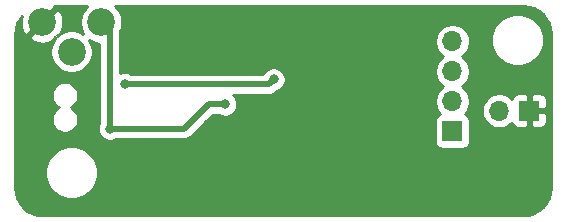
<source format=gbr>
G04 #@! TF.GenerationSoftware,KiCad,Pcbnew,5.1.5+dfsg1-2build2*
G04 #@! TF.CreationDate,2022-02-26T18:56:12+01:00*
G04 #@! TF.ProjectId,RGB_strip_driver,5247425f-7374-4726-9970-5f6472697665,rev?*
G04 #@! TF.SameCoordinates,Original*
G04 #@! TF.FileFunction,Copper,L2,Bot*
G04 #@! TF.FilePolarity,Positive*
%FSLAX46Y46*%
G04 Gerber Fmt 4.6, Leading zero omitted, Abs format (unit mm)*
G04 Created by KiCad (PCBNEW 5.1.5+dfsg1-2build2) date 2022-02-26 18:56:12*
%MOMM*%
%LPD*%
G04 APERTURE LIST*
%ADD10C,2.340000*%
%ADD11O,1.700000X1.700000*%
%ADD12R,1.700000X1.700000*%
%ADD13C,0.800000*%
%ADD14C,0.500000*%
%ADD15C,0.254000*%
G04 APERTURE END LIST*
D10*
X108750000Y-123000000D03*
X106250000Y-125500000D03*
X103750000Y-123000000D03*
D11*
X138500000Y-124630000D03*
X138500000Y-127170000D03*
X138500000Y-129710000D03*
D12*
X138500000Y-132250000D03*
D11*
X142460000Y-130500000D03*
D12*
X145000000Y-130500000D03*
D13*
X129750000Y-136500000D03*
X130750000Y-136500000D03*
X131750000Y-136500000D03*
X132750000Y-136500000D03*
X129750000Y-130500000D03*
X130750000Y-130500000D03*
X131750000Y-130500000D03*
X132750000Y-130500000D03*
X129750000Y-124500000D03*
X130750000Y-124500000D03*
X131750000Y-124500000D03*
X132750000Y-124500000D03*
X118400000Y-132400000D03*
X120250000Y-134250000D03*
X114025000Y-123725000D03*
X137500000Y-137600000D03*
X137500000Y-138600000D03*
X124610000Y-136910000D03*
X109600000Y-138400000D03*
X112500000Y-137300000D03*
X108200000Y-128300000D03*
X121800000Y-126600000D03*
X145700000Y-137600000D03*
X145700000Y-138600000D03*
X140300000Y-139000000D03*
X142900000Y-139000000D03*
X109500000Y-132000000D03*
X119250000Y-129950000D03*
X123350000Y-127850000D03*
X110750001Y-128249999D03*
D14*
X109500000Y-132000000D02*
X115800000Y-132000000D01*
X117850000Y-129950000D02*
X119250000Y-129950000D01*
X115800000Y-132000000D02*
X117850000Y-129950000D01*
X109500000Y-123750000D02*
X108750000Y-123000000D01*
X109500000Y-132000000D02*
X109500000Y-123750000D01*
X122950001Y-128249999D02*
X110750001Y-128249999D01*
X123350000Y-127850000D02*
X122950001Y-128249999D01*
X110750001Y-128249999D02*
X110750001Y-128249999D01*
D15*
G36*
X107347965Y-121849379D02*
G01*
X107150429Y-122145012D01*
X107014365Y-122473501D01*
X106945000Y-122822223D01*
X106945000Y-123177777D01*
X107014365Y-123526499D01*
X107150429Y-123854988D01*
X107241933Y-123991933D01*
X107104988Y-123900429D01*
X106776499Y-123764365D01*
X106427777Y-123695000D01*
X106072223Y-123695000D01*
X105723501Y-123764365D01*
X105395012Y-123900429D01*
X105099379Y-124097965D01*
X105063476Y-124133868D01*
X105006604Y-124076996D01*
X105288389Y-123960725D01*
X105446257Y-123642140D01*
X105538938Y-123298878D01*
X105562873Y-122944131D01*
X105517139Y-122591530D01*
X105403495Y-122254627D01*
X105288389Y-122039275D01*
X105006602Y-121923003D01*
X103929605Y-123000000D01*
X103943748Y-123014143D01*
X103764143Y-123193748D01*
X103750000Y-123179605D01*
X102673003Y-124256602D01*
X102789275Y-124538389D01*
X103107860Y-124696257D01*
X103451122Y-124788938D01*
X103805869Y-124812873D01*
X104158470Y-124767139D01*
X104495373Y-124653495D01*
X104710725Y-124538389D01*
X104826996Y-124256604D01*
X104883868Y-124313476D01*
X104847965Y-124349379D01*
X104650429Y-124645012D01*
X104514365Y-124973501D01*
X104445000Y-125322223D01*
X104445000Y-125677777D01*
X104514365Y-126026499D01*
X104650429Y-126354988D01*
X104847965Y-126650621D01*
X105099379Y-126902035D01*
X105395012Y-127099571D01*
X105723501Y-127235635D01*
X106072223Y-127305000D01*
X106427777Y-127305000D01*
X106776499Y-127235635D01*
X107104988Y-127099571D01*
X107400621Y-126902035D01*
X107652035Y-126650621D01*
X107849571Y-126354988D01*
X107985635Y-126026499D01*
X108055000Y-125677777D01*
X108055000Y-125322223D01*
X107985635Y-124973501D01*
X107849571Y-124645012D01*
X107758067Y-124508067D01*
X107895012Y-124599571D01*
X108223501Y-124735635D01*
X108572223Y-124805000D01*
X108615001Y-124805000D01*
X108615000Y-131461546D01*
X108582795Y-131509744D01*
X108504774Y-131698102D01*
X108465000Y-131898061D01*
X108465000Y-132101939D01*
X108504774Y-132301898D01*
X108582795Y-132490256D01*
X108696063Y-132659774D01*
X108840226Y-132803937D01*
X109009744Y-132917205D01*
X109198102Y-132995226D01*
X109398061Y-133035000D01*
X109601939Y-133035000D01*
X109801898Y-132995226D01*
X109990256Y-132917205D01*
X110038454Y-132885000D01*
X115756531Y-132885000D01*
X115800000Y-132889281D01*
X115843469Y-132885000D01*
X115843477Y-132885000D01*
X115973490Y-132872195D01*
X116140313Y-132821589D01*
X116294059Y-132739411D01*
X116428817Y-132628817D01*
X116456534Y-132595044D01*
X117651578Y-131400000D01*
X137011928Y-131400000D01*
X137011928Y-133100000D01*
X137024188Y-133224482D01*
X137060498Y-133344180D01*
X137119463Y-133454494D01*
X137198815Y-133551185D01*
X137295506Y-133630537D01*
X137405820Y-133689502D01*
X137525518Y-133725812D01*
X137650000Y-133738072D01*
X139350000Y-133738072D01*
X139474482Y-133725812D01*
X139594180Y-133689502D01*
X139704494Y-133630537D01*
X139801185Y-133551185D01*
X139880537Y-133454494D01*
X139939502Y-133344180D01*
X139975812Y-133224482D01*
X139988072Y-133100000D01*
X139988072Y-131400000D01*
X139975812Y-131275518D01*
X139939502Y-131155820D01*
X139880537Y-131045506D01*
X139801185Y-130948815D01*
X139704494Y-130869463D01*
X139594180Y-130810498D01*
X139521620Y-130788487D01*
X139653475Y-130656632D01*
X139815990Y-130413411D01*
X139840706Y-130353740D01*
X140975000Y-130353740D01*
X140975000Y-130646260D01*
X141032068Y-130933158D01*
X141144010Y-131203411D01*
X141306525Y-131446632D01*
X141513368Y-131653475D01*
X141756589Y-131815990D01*
X142026842Y-131927932D01*
X142313740Y-131985000D01*
X142606260Y-131985000D01*
X142893158Y-131927932D01*
X143163411Y-131815990D01*
X143406632Y-131653475D01*
X143538487Y-131521620D01*
X143560498Y-131594180D01*
X143619463Y-131704494D01*
X143698815Y-131801185D01*
X143795506Y-131880537D01*
X143905820Y-131939502D01*
X144025518Y-131975812D01*
X144150000Y-131988072D01*
X144714250Y-131985000D01*
X144873000Y-131826250D01*
X144873000Y-130627000D01*
X145127000Y-130627000D01*
X145127000Y-131826250D01*
X145285750Y-131985000D01*
X145850000Y-131988072D01*
X145974482Y-131975812D01*
X146094180Y-131939502D01*
X146204494Y-131880537D01*
X146301185Y-131801185D01*
X146380537Y-131704494D01*
X146439502Y-131594180D01*
X146475812Y-131474482D01*
X146488072Y-131350000D01*
X146485000Y-130785750D01*
X146326250Y-130627000D01*
X145127000Y-130627000D01*
X144873000Y-130627000D01*
X144853000Y-130627000D01*
X144853000Y-130373000D01*
X144873000Y-130373000D01*
X144873000Y-129173750D01*
X145127000Y-129173750D01*
X145127000Y-130373000D01*
X146326250Y-130373000D01*
X146485000Y-130214250D01*
X146488072Y-129650000D01*
X146475812Y-129525518D01*
X146439502Y-129405820D01*
X146380537Y-129295506D01*
X146301185Y-129198815D01*
X146204494Y-129119463D01*
X146094180Y-129060498D01*
X145974482Y-129024188D01*
X145850000Y-129011928D01*
X145285750Y-129015000D01*
X145127000Y-129173750D01*
X144873000Y-129173750D01*
X144714250Y-129015000D01*
X144150000Y-129011928D01*
X144025518Y-129024188D01*
X143905820Y-129060498D01*
X143795506Y-129119463D01*
X143698815Y-129198815D01*
X143619463Y-129295506D01*
X143560498Y-129405820D01*
X143538487Y-129478380D01*
X143406632Y-129346525D01*
X143163411Y-129184010D01*
X142893158Y-129072068D01*
X142606260Y-129015000D01*
X142313740Y-129015000D01*
X142026842Y-129072068D01*
X141756589Y-129184010D01*
X141513368Y-129346525D01*
X141306525Y-129553368D01*
X141144010Y-129796589D01*
X141032068Y-130066842D01*
X140975000Y-130353740D01*
X139840706Y-130353740D01*
X139927932Y-130143158D01*
X139985000Y-129856260D01*
X139985000Y-129563740D01*
X139927932Y-129276842D01*
X139815990Y-129006589D01*
X139653475Y-128763368D01*
X139446632Y-128556525D01*
X139272240Y-128440000D01*
X139446632Y-128323475D01*
X139653475Y-128116632D01*
X139815990Y-127873411D01*
X139927932Y-127603158D01*
X139985000Y-127316260D01*
X139985000Y-127023740D01*
X139927932Y-126736842D01*
X139815990Y-126466589D01*
X139653475Y-126223368D01*
X139446632Y-126016525D01*
X139272240Y-125900000D01*
X139446632Y-125783475D01*
X139653475Y-125576632D01*
X139815990Y-125333411D01*
X139927932Y-125063158D01*
X139985000Y-124776260D01*
X139985000Y-124483740D01*
X139944448Y-124279872D01*
X141765000Y-124279872D01*
X141765000Y-124720128D01*
X141850890Y-125151925D01*
X142019369Y-125558669D01*
X142263962Y-125924729D01*
X142575271Y-126236038D01*
X142941331Y-126480631D01*
X143348075Y-126649110D01*
X143779872Y-126735000D01*
X144220128Y-126735000D01*
X144651925Y-126649110D01*
X145058669Y-126480631D01*
X145424729Y-126236038D01*
X145736038Y-125924729D01*
X145980631Y-125558669D01*
X146149110Y-125151925D01*
X146235000Y-124720128D01*
X146235000Y-124279872D01*
X146149110Y-123848075D01*
X145980631Y-123441331D01*
X145736038Y-123075271D01*
X145424729Y-122763962D01*
X145058669Y-122519369D01*
X144651925Y-122350890D01*
X144220128Y-122265000D01*
X143779872Y-122265000D01*
X143348075Y-122350890D01*
X142941331Y-122519369D01*
X142575271Y-122763962D01*
X142263962Y-123075271D01*
X142019369Y-123441331D01*
X141850890Y-123848075D01*
X141765000Y-124279872D01*
X139944448Y-124279872D01*
X139927932Y-124196842D01*
X139815990Y-123926589D01*
X139653475Y-123683368D01*
X139446632Y-123476525D01*
X139203411Y-123314010D01*
X138933158Y-123202068D01*
X138646260Y-123145000D01*
X138353740Y-123145000D01*
X138066842Y-123202068D01*
X137796589Y-123314010D01*
X137553368Y-123476525D01*
X137346525Y-123683368D01*
X137184010Y-123926589D01*
X137072068Y-124196842D01*
X137015000Y-124483740D01*
X137015000Y-124776260D01*
X137072068Y-125063158D01*
X137184010Y-125333411D01*
X137346525Y-125576632D01*
X137553368Y-125783475D01*
X137727760Y-125900000D01*
X137553368Y-126016525D01*
X137346525Y-126223368D01*
X137184010Y-126466589D01*
X137072068Y-126736842D01*
X137015000Y-127023740D01*
X137015000Y-127316260D01*
X137072068Y-127603158D01*
X137184010Y-127873411D01*
X137346525Y-128116632D01*
X137553368Y-128323475D01*
X137727760Y-128440000D01*
X137553368Y-128556525D01*
X137346525Y-128763368D01*
X137184010Y-129006589D01*
X137072068Y-129276842D01*
X137015000Y-129563740D01*
X137015000Y-129856260D01*
X137072068Y-130143158D01*
X137184010Y-130413411D01*
X137346525Y-130656632D01*
X137478380Y-130788487D01*
X137405820Y-130810498D01*
X137295506Y-130869463D01*
X137198815Y-130948815D01*
X137119463Y-131045506D01*
X137060498Y-131155820D01*
X137024188Y-131275518D01*
X137011928Y-131400000D01*
X117651578Y-131400000D01*
X118216579Y-130835000D01*
X118711546Y-130835000D01*
X118759744Y-130867205D01*
X118948102Y-130945226D01*
X119148061Y-130985000D01*
X119351939Y-130985000D01*
X119551898Y-130945226D01*
X119740256Y-130867205D01*
X119909774Y-130753937D01*
X120053937Y-130609774D01*
X120167205Y-130440256D01*
X120245226Y-130251898D01*
X120285000Y-130051939D01*
X120285000Y-129848061D01*
X120245226Y-129648102D01*
X120167205Y-129459744D01*
X120053937Y-129290226D01*
X119909774Y-129146063D01*
X119893216Y-129134999D01*
X122906532Y-129134999D01*
X122950001Y-129139280D01*
X122993470Y-129134999D01*
X122993478Y-129134999D01*
X123123491Y-129122194D01*
X123290314Y-129071588D01*
X123444060Y-128989410D01*
X123578818Y-128878816D01*
X123597506Y-128856045D01*
X123651898Y-128845226D01*
X123840256Y-128767205D01*
X124009774Y-128653937D01*
X124153937Y-128509774D01*
X124267205Y-128340256D01*
X124345226Y-128151898D01*
X124385000Y-127951939D01*
X124385000Y-127748061D01*
X124345226Y-127548102D01*
X124267205Y-127359744D01*
X124153937Y-127190226D01*
X124009774Y-127046063D01*
X123840256Y-126932795D01*
X123651898Y-126854774D01*
X123451939Y-126815000D01*
X123248061Y-126815000D01*
X123048102Y-126854774D01*
X122859744Y-126932795D01*
X122690226Y-127046063D01*
X122546063Y-127190226D01*
X122432795Y-127359744D01*
X122430618Y-127364999D01*
X111288455Y-127364999D01*
X111240257Y-127332794D01*
X111051899Y-127254773D01*
X110851940Y-127214999D01*
X110648062Y-127214999D01*
X110448103Y-127254773D01*
X110385000Y-127280911D01*
X110385000Y-123793465D01*
X110388103Y-123761964D01*
X110485635Y-123526499D01*
X110555000Y-123177777D01*
X110555000Y-122822223D01*
X110485635Y-122473501D01*
X110349571Y-122145012D01*
X110152035Y-121849379D01*
X109962656Y-121660000D01*
X144467721Y-121660000D01*
X144953893Y-121707670D01*
X145390498Y-121839489D01*
X145793185Y-122053600D01*
X146146612Y-122341848D01*
X146437327Y-122693261D01*
X146654242Y-123094439D01*
X146789106Y-123530113D01*
X146840000Y-124014344D01*
X146840001Y-136967711D01*
X146792330Y-137453894D01*
X146660512Y-137890497D01*
X146446399Y-138293186D01*
X146158150Y-138646613D01*
X145806739Y-138937327D01*
X145405564Y-139154240D01*
X144969886Y-139289106D01*
X144485664Y-139340000D01*
X103832279Y-139340000D01*
X103346106Y-139292330D01*
X102909503Y-139160512D01*
X102506814Y-138946399D01*
X102153387Y-138658150D01*
X101862673Y-138306739D01*
X101645760Y-137905564D01*
X101510894Y-137469886D01*
X101460000Y-136985664D01*
X101460000Y-135529872D01*
X104015000Y-135529872D01*
X104015000Y-135970128D01*
X104100890Y-136401925D01*
X104269369Y-136808669D01*
X104513962Y-137174729D01*
X104825271Y-137486038D01*
X105191331Y-137730631D01*
X105598075Y-137899110D01*
X106029872Y-137985000D01*
X106470128Y-137985000D01*
X106901925Y-137899110D01*
X107308669Y-137730631D01*
X107674729Y-137486038D01*
X107986038Y-137174729D01*
X108230631Y-136808669D01*
X108399110Y-136401925D01*
X108485000Y-135970128D01*
X108485000Y-135529872D01*
X108399110Y-135098075D01*
X108230631Y-134691331D01*
X107986038Y-134325271D01*
X107674729Y-134013962D01*
X107308669Y-133769369D01*
X106901925Y-133600890D01*
X106470128Y-133515000D01*
X106029872Y-133515000D01*
X105598075Y-133600890D01*
X105191331Y-133769369D01*
X104825271Y-134013962D01*
X104513962Y-134325271D01*
X104269369Y-134691331D01*
X104100890Y-135098075D01*
X104015000Y-135529872D01*
X101460000Y-135529872D01*
X101460000Y-129072675D01*
X104559700Y-129072675D01*
X104559700Y-129295325D01*
X104603137Y-129513696D01*
X104688341Y-129719398D01*
X104812039Y-129904524D01*
X104969476Y-130061961D01*
X105154602Y-130185659D01*
X105189224Y-130200000D01*
X105154602Y-130214341D01*
X104969476Y-130338039D01*
X104812039Y-130495476D01*
X104688341Y-130680602D01*
X104603137Y-130886304D01*
X104559700Y-131104675D01*
X104559700Y-131327325D01*
X104603137Y-131545696D01*
X104688341Y-131751398D01*
X104812039Y-131936524D01*
X104969476Y-132093961D01*
X105154602Y-132217659D01*
X105360304Y-132302863D01*
X105578675Y-132346300D01*
X105801325Y-132346300D01*
X106019696Y-132302863D01*
X106225398Y-132217659D01*
X106410524Y-132093961D01*
X106567961Y-131936524D01*
X106691659Y-131751398D01*
X106776863Y-131545696D01*
X106820300Y-131327325D01*
X106820300Y-131104675D01*
X106776863Y-130886304D01*
X106691659Y-130680602D01*
X106567961Y-130495476D01*
X106410524Y-130338039D01*
X106225398Y-130214341D01*
X106190776Y-130200000D01*
X106225398Y-130185659D01*
X106410524Y-130061961D01*
X106567961Y-129904524D01*
X106691659Y-129719398D01*
X106776863Y-129513696D01*
X106820300Y-129295325D01*
X106820300Y-129072675D01*
X106776863Y-128854304D01*
X106691659Y-128648602D01*
X106567961Y-128463476D01*
X106410524Y-128306039D01*
X106225398Y-128182341D01*
X106019696Y-128097137D01*
X105801325Y-128053700D01*
X105578675Y-128053700D01*
X105360304Y-128097137D01*
X105154602Y-128182341D01*
X104969476Y-128306039D01*
X104812039Y-128463476D01*
X104688341Y-128648602D01*
X104603137Y-128854304D01*
X104559700Y-129072675D01*
X101460000Y-129072675D01*
X101460000Y-124032279D01*
X101507670Y-123546107D01*
X101639489Y-123109502D01*
X101853600Y-122706815D01*
X102011946Y-122512664D01*
X101961062Y-122701122D01*
X101937127Y-123055869D01*
X101982861Y-123408470D01*
X102096505Y-123745373D01*
X102211611Y-123960725D01*
X102493398Y-124076997D01*
X103570395Y-123000000D01*
X103556253Y-122985858D01*
X103735858Y-122806253D01*
X103750000Y-122820395D01*
X104826997Y-121743398D01*
X104792585Y-121660000D01*
X107537344Y-121660000D01*
X107347965Y-121849379D01*
G37*
X107347965Y-121849379D02*
X107150429Y-122145012D01*
X107014365Y-122473501D01*
X106945000Y-122822223D01*
X106945000Y-123177777D01*
X107014365Y-123526499D01*
X107150429Y-123854988D01*
X107241933Y-123991933D01*
X107104988Y-123900429D01*
X106776499Y-123764365D01*
X106427777Y-123695000D01*
X106072223Y-123695000D01*
X105723501Y-123764365D01*
X105395012Y-123900429D01*
X105099379Y-124097965D01*
X105063476Y-124133868D01*
X105006604Y-124076996D01*
X105288389Y-123960725D01*
X105446257Y-123642140D01*
X105538938Y-123298878D01*
X105562873Y-122944131D01*
X105517139Y-122591530D01*
X105403495Y-122254627D01*
X105288389Y-122039275D01*
X105006602Y-121923003D01*
X103929605Y-123000000D01*
X103943748Y-123014143D01*
X103764143Y-123193748D01*
X103750000Y-123179605D01*
X102673003Y-124256602D01*
X102789275Y-124538389D01*
X103107860Y-124696257D01*
X103451122Y-124788938D01*
X103805869Y-124812873D01*
X104158470Y-124767139D01*
X104495373Y-124653495D01*
X104710725Y-124538389D01*
X104826996Y-124256604D01*
X104883868Y-124313476D01*
X104847965Y-124349379D01*
X104650429Y-124645012D01*
X104514365Y-124973501D01*
X104445000Y-125322223D01*
X104445000Y-125677777D01*
X104514365Y-126026499D01*
X104650429Y-126354988D01*
X104847965Y-126650621D01*
X105099379Y-126902035D01*
X105395012Y-127099571D01*
X105723501Y-127235635D01*
X106072223Y-127305000D01*
X106427777Y-127305000D01*
X106776499Y-127235635D01*
X107104988Y-127099571D01*
X107400621Y-126902035D01*
X107652035Y-126650621D01*
X107849571Y-126354988D01*
X107985635Y-126026499D01*
X108055000Y-125677777D01*
X108055000Y-125322223D01*
X107985635Y-124973501D01*
X107849571Y-124645012D01*
X107758067Y-124508067D01*
X107895012Y-124599571D01*
X108223501Y-124735635D01*
X108572223Y-124805000D01*
X108615001Y-124805000D01*
X108615000Y-131461546D01*
X108582795Y-131509744D01*
X108504774Y-131698102D01*
X108465000Y-131898061D01*
X108465000Y-132101939D01*
X108504774Y-132301898D01*
X108582795Y-132490256D01*
X108696063Y-132659774D01*
X108840226Y-132803937D01*
X109009744Y-132917205D01*
X109198102Y-132995226D01*
X109398061Y-133035000D01*
X109601939Y-133035000D01*
X109801898Y-132995226D01*
X109990256Y-132917205D01*
X110038454Y-132885000D01*
X115756531Y-132885000D01*
X115800000Y-132889281D01*
X115843469Y-132885000D01*
X115843477Y-132885000D01*
X115973490Y-132872195D01*
X116140313Y-132821589D01*
X116294059Y-132739411D01*
X116428817Y-132628817D01*
X116456534Y-132595044D01*
X117651578Y-131400000D01*
X137011928Y-131400000D01*
X137011928Y-133100000D01*
X137024188Y-133224482D01*
X137060498Y-133344180D01*
X137119463Y-133454494D01*
X137198815Y-133551185D01*
X137295506Y-133630537D01*
X137405820Y-133689502D01*
X137525518Y-133725812D01*
X137650000Y-133738072D01*
X139350000Y-133738072D01*
X139474482Y-133725812D01*
X139594180Y-133689502D01*
X139704494Y-133630537D01*
X139801185Y-133551185D01*
X139880537Y-133454494D01*
X139939502Y-133344180D01*
X139975812Y-133224482D01*
X139988072Y-133100000D01*
X139988072Y-131400000D01*
X139975812Y-131275518D01*
X139939502Y-131155820D01*
X139880537Y-131045506D01*
X139801185Y-130948815D01*
X139704494Y-130869463D01*
X139594180Y-130810498D01*
X139521620Y-130788487D01*
X139653475Y-130656632D01*
X139815990Y-130413411D01*
X139840706Y-130353740D01*
X140975000Y-130353740D01*
X140975000Y-130646260D01*
X141032068Y-130933158D01*
X141144010Y-131203411D01*
X141306525Y-131446632D01*
X141513368Y-131653475D01*
X141756589Y-131815990D01*
X142026842Y-131927932D01*
X142313740Y-131985000D01*
X142606260Y-131985000D01*
X142893158Y-131927932D01*
X143163411Y-131815990D01*
X143406632Y-131653475D01*
X143538487Y-131521620D01*
X143560498Y-131594180D01*
X143619463Y-131704494D01*
X143698815Y-131801185D01*
X143795506Y-131880537D01*
X143905820Y-131939502D01*
X144025518Y-131975812D01*
X144150000Y-131988072D01*
X144714250Y-131985000D01*
X144873000Y-131826250D01*
X144873000Y-130627000D01*
X145127000Y-130627000D01*
X145127000Y-131826250D01*
X145285750Y-131985000D01*
X145850000Y-131988072D01*
X145974482Y-131975812D01*
X146094180Y-131939502D01*
X146204494Y-131880537D01*
X146301185Y-131801185D01*
X146380537Y-131704494D01*
X146439502Y-131594180D01*
X146475812Y-131474482D01*
X146488072Y-131350000D01*
X146485000Y-130785750D01*
X146326250Y-130627000D01*
X145127000Y-130627000D01*
X144873000Y-130627000D01*
X144853000Y-130627000D01*
X144853000Y-130373000D01*
X144873000Y-130373000D01*
X144873000Y-129173750D01*
X145127000Y-129173750D01*
X145127000Y-130373000D01*
X146326250Y-130373000D01*
X146485000Y-130214250D01*
X146488072Y-129650000D01*
X146475812Y-129525518D01*
X146439502Y-129405820D01*
X146380537Y-129295506D01*
X146301185Y-129198815D01*
X146204494Y-129119463D01*
X146094180Y-129060498D01*
X145974482Y-129024188D01*
X145850000Y-129011928D01*
X145285750Y-129015000D01*
X145127000Y-129173750D01*
X144873000Y-129173750D01*
X144714250Y-129015000D01*
X144150000Y-129011928D01*
X144025518Y-129024188D01*
X143905820Y-129060498D01*
X143795506Y-129119463D01*
X143698815Y-129198815D01*
X143619463Y-129295506D01*
X143560498Y-129405820D01*
X143538487Y-129478380D01*
X143406632Y-129346525D01*
X143163411Y-129184010D01*
X142893158Y-129072068D01*
X142606260Y-129015000D01*
X142313740Y-129015000D01*
X142026842Y-129072068D01*
X141756589Y-129184010D01*
X141513368Y-129346525D01*
X141306525Y-129553368D01*
X141144010Y-129796589D01*
X141032068Y-130066842D01*
X140975000Y-130353740D01*
X139840706Y-130353740D01*
X139927932Y-130143158D01*
X139985000Y-129856260D01*
X139985000Y-129563740D01*
X139927932Y-129276842D01*
X139815990Y-129006589D01*
X139653475Y-128763368D01*
X139446632Y-128556525D01*
X139272240Y-128440000D01*
X139446632Y-128323475D01*
X139653475Y-128116632D01*
X139815990Y-127873411D01*
X139927932Y-127603158D01*
X139985000Y-127316260D01*
X139985000Y-127023740D01*
X139927932Y-126736842D01*
X139815990Y-126466589D01*
X139653475Y-126223368D01*
X139446632Y-126016525D01*
X139272240Y-125900000D01*
X139446632Y-125783475D01*
X139653475Y-125576632D01*
X139815990Y-125333411D01*
X139927932Y-125063158D01*
X139985000Y-124776260D01*
X139985000Y-124483740D01*
X139944448Y-124279872D01*
X141765000Y-124279872D01*
X141765000Y-124720128D01*
X141850890Y-125151925D01*
X142019369Y-125558669D01*
X142263962Y-125924729D01*
X142575271Y-126236038D01*
X142941331Y-126480631D01*
X143348075Y-126649110D01*
X143779872Y-126735000D01*
X144220128Y-126735000D01*
X144651925Y-126649110D01*
X145058669Y-126480631D01*
X145424729Y-126236038D01*
X145736038Y-125924729D01*
X145980631Y-125558669D01*
X146149110Y-125151925D01*
X146235000Y-124720128D01*
X146235000Y-124279872D01*
X146149110Y-123848075D01*
X145980631Y-123441331D01*
X145736038Y-123075271D01*
X145424729Y-122763962D01*
X145058669Y-122519369D01*
X144651925Y-122350890D01*
X144220128Y-122265000D01*
X143779872Y-122265000D01*
X143348075Y-122350890D01*
X142941331Y-122519369D01*
X142575271Y-122763962D01*
X142263962Y-123075271D01*
X142019369Y-123441331D01*
X141850890Y-123848075D01*
X141765000Y-124279872D01*
X139944448Y-124279872D01*
X139927932Y-124196842D01*
X139815990Y-123926589D01*
X139653475Y-123683368D01*
X139446632Y-123476525D01*
X139203411Y-123314010D01*
X138933158Y-123202068D01*
X138646260Y-123145000D01*
X138353740Y-123145000D01*
X138066842Y-123202068D01*
X137796589Y-123314010D01*
X137553368Y-123476525D01*
X137346525Y-123683368D01*
X137184010Y-123926589D01*
X137072068Y-124196842D01*
X137015000Y-124483740D01*
X137015000Y-124776260D01*
X137072068Y-125063158D01*
X137184010Y-125333411D01*
X137346525Y-125576632D01*
X137553368Y-125783475D01*
X137727760Y-125900000D01*
X137553368Y-126016525D01*
X137346525Y-126223368D01*
X137184010Y-126466589D01*
X137072068Y-126736842D01*
X137015000Y-127023740D01*
X137015000Y-127316260D01*
X137072068Y-127603158D01*
X137184010Y-127873411D01*
X137346525Y-128116632D01*
X137553368Y-128323475D01*
X137727760Y-128440000D01*
X137553368Y-128556525D01*
X137346525Y-128763368D01*
X137184010Y-129006589D01*
X137072068Y-129276842D01*
X137015000Y-129563740D01*
X137015000Y-129856260D01*
X137072068Y-130143158D01*
X137184010Y-130413411D01*
X137346525Y-130656632D01*
X137478380Y-130788487D01*
X137405820Y-130810498D01*
X137295506Y-130869463D01*
X137198815Y-130948815D01*
X137119463Y-131045506D01*
X137060498Y-131155820D01*
X137024188Y-131275518D01*
X137011928Y-131400000D01*
X117651578Y-131400000D01*
X118216579Y-130835000D01*
X118711546Y-130835000D01*
X118759744Y-130867205D01*
X118948102Y-130945226D01*
X119148061Y-130985000D01*
X119351939Y-130985000D01*
X119551898Y-130945226D01*
X119740256Y-130867205D01*
X119909774Y-130753937D01*
X120053937Y-130609774D01*
X120167205Y-130440256D01*
X120245226Y-130251898D01*
X120285000Y-130051939D01*
X120285000Y-129848061D01*
X120245226Y-129648102D01*
X120167205Y-129459744D01*
X120053937Y-129290226D01*
X119909774Y-129146063D01*
X119893216Y-129134999D01*
X122906532Y-129134999D01*
X122950001Y-129139280D01*
X122993470Y-129134999D01*
X122993478Y-129134999D01*
X123123491Y-129122194D01*
X123290314Y-129071588D01*
X123444060Y-128989410D01*
X123578818Y-128878816D01*
X123597506Y-128856045D01*
X123651898Y-128845226D01*
X123840256Y-128767205D01*
X124009774Y-128653937D01*
X124153937Y-128509774D01*
X124267205Y-128340256D01*
X124345226Y-128151898D01*
X124385000Y-127951939D01*
X124385000Y-127748061D01*
X124345226Y-127548102D01*
X124267205Y-127359744D01*
X124153937Y-127190226D01*
X124009774Y-127046063D01*
X123840256Y-126932795D01*
X123651898Y-126854774D01*
X123451939Y-126815000D01*
X123248061Y-126815000D01*
X123048102Y-126854774D01*
X122859744Y-126932795D01*
X122690226Y-127046063D01*
X122546063Y-127190226D01*
X122432795Y-127359744D01*
X122430618Y-127364999D01*
X111288455Y-127364999D01*
X111240257Y-127332794D01*
X111051899Y-127254773D01*
X110851940Y-127214999D01*
X110648062Y-127214999D01*
X110448103Y-127254773D01*
X110385000Y-127280911D01*
X110385000Y-123793465D01*
X110388103Y-123761964D01*
X110485635Y-123526499D01*
X110555000Y-123177777D01*
X110555000Y-122822223D01*
X110485635Y-122473501D01*
X110349571Y-122145012D01*
X110152035Y-121849379D01*
X109962656Y-121660000D01*
X144467721Y-121660000D01*
X144953893Y-121707670D01*
X145390498Y-121839489D01*
X145793185Y-122053600D01*
X146146612Y-122341848D01*
X146437327Y-122693261D01*
X146654242Y-123094439D01*
X146789106Y-123530113D01*
X146840000Y-124014344D01*
X146840001Y-136967711D01*
X146792330Y-137453894D01*
X146660512Y-137890497D01*
X146446399Y-138293186D01*
X146158150Y-138646613D01*
X145806739Y-138937327D01*
X145405564Y-139154240D01*
X144969886Y-139289106D01*
X144485664Y-139340000D01*
X103832279Y-139340000D01*
X103346106Y-139292330D01*
X102909503Y-139160512D01*
X102506814Y-138946399D01*
X102153387Y-138658150D01*
X101862673Y-138306739D01*
X101645760Y-137905564D01*
X101510894Y-137469886D01*
X101460000Y-136985664D01*
X101460000Y-135529872D01*
X104015000Y-135529872D01*
X104015000Y-135970128D01*
X104100890Y-136401925D01*
X104269369Y-136808669D01*
X104513962Y-137174729D01*
X104825271Y-137486038D01*
X105191331Y-137730631D01*
X105598075Y-137899110D01*
X106029872Y-137985000D01*
X106470128Y-137985000D01*
X106901925Y-137899110D01*
X107308669Y-137730631D01*
X107674729Y-137486038D01*
X107986038Y-137174729D01*
X108230631Y-136808669D01*
X108399110Y-136401925D01*
X108485000Y-135970128D01*
X108485000Y-135529872D01*
X108399110Y-135098075D01*
X108230631Y-134691331D01*
X107986038Y-134325271D01*
X107674729Y-134013962D01*
X107308669Y-133769369D01*
X106901925Y-133600890D01*
X106470128Y-133515000D01*
X106029872Y-133515000D01*
X105598075Y-133600890D01*
X105191331Y-133769369D01*
X104825271Y-134013962D01*
X104513962Y-134325271D01*
X104269369Y-134691331D01*
X104100890Y-135098075D01*
X104015000Y-135529872D01*
X101460000Y-135529872D01*
X101460000Y-129072675D01*
X104559700Y-129072675D01*
X104559700Y-129295325D01*
X104603137Y-129513696D01*
X104688341Y-129719398D01*
X104812039Y-129904524D01*
X104969476Y-130061961D01*
X105154602Y-130185659D01*
X105189224Y-130200000D01*
X105154602Y-130214341D01*
X104969476Y-130338039D01*
X104812039Y-130495476D01*
X104688341Y-130680602D01*
X104603137Y-130886304D01*
X104559700Y-131104675D01*
X104559700Y-131327325D01*
X104603137Y-131545696D01*
X104688341Y-131751398D01*
X104812039Y-131936524D01*
X104969476Y-132093961D01*
X105154602Y-132217659D01*
X105360304Y-132302863D01*
X105578675Y-132346300D01*
X105801325Y-132346300D01*
X106019696Y-132302863D01*
X106225398Y-132217659D01*
X106410524Y-132093961D01*
X106567961Y-131936524D01*
X106691659Y-131751398D01*
X106776863Y-131545696D01*
X106820300Y-131327325D01*
X106820300Y-131104675D01*
X106776863Y-130886304D01*
X106691659Y-130680602D01*
X106567961Y-130495476D01*
X106410524Y-130338039D01*
X106225398Y-130214341D01*
X106190776Y-130200000D01*
X106225398Y-130185659D01*
X106410524Y-130061961D01*
X106567961Y-129904524D01*
X106691659Y-129719398D01*
X106776863Y-129513696D01*
X106820300Y-129295325D01*
X106820300Y-129072675D01*
X106776863Y-128854304D01*
X106691659Y-128648602D01*
X106567961Y-128463476D01*
X106410524Y-128306039D01*
X106225398Y-128182341D01*
X106019696Y-128097137D01*
X105801325Y-128053700D01*
X105578675Y-128053700D01*
X105360304Y-128097137D01*
X105154602Y-128182341D01*
X104969476Y-128306039D01*
X104812039Y-128463476D01*
X104688341Y-128648602D01*
X104603137Y-128854304D01*
X104559700Y-129072675D01*
X101460000Y-129072675D01*
X101460000Y-124032279D01*
X101507670Y-123546107D01*
X101639489Y-123109502D01*
X101853600Y-122706815D01*
X102011946Y-122512664D01*
X101961062Y-122701122D01*
X101937127Y-123055869D01*
X101982861Y-123408470D01*
X102096505Y-123745373D01*
X102211611Y-123960725D01*
X102493398Y-124076997D01*
X103570395Y-123000000D01*
X103556253Y-122985858D01*
X103735858Y-122806253D01*
X103750000Y-122820395D01*
X104826997Y-121743398D01*
X104792585Y-121660000D01*
X107537344Y-121660000D01*
X107347965Y-121849379D01*
M02*

</source>
